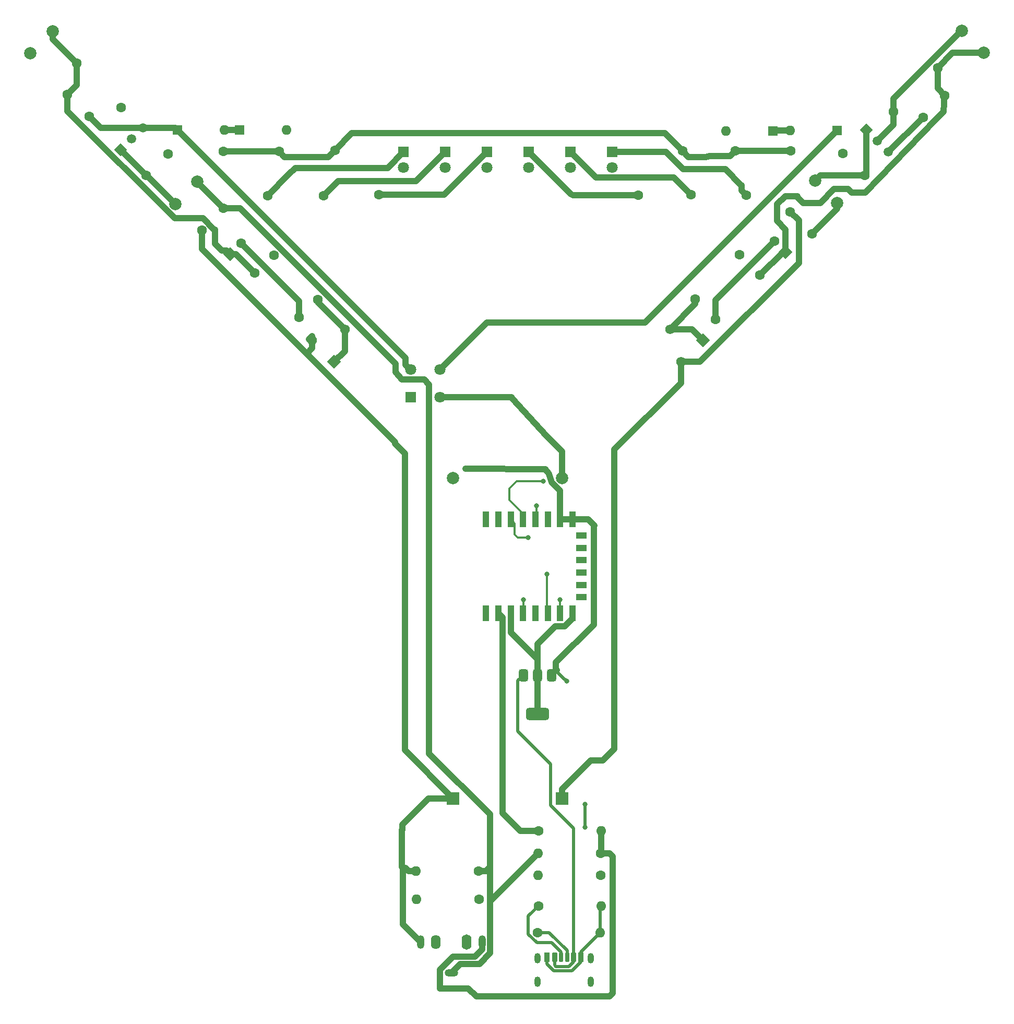
<source format=gbr>
%TF.GenerationSoftware,KiCad,Pcbnew,8.0.7*%
%TF.CreationDate,2025-02-10T18:12:50+08:00*%
%TF.ProjectId,bb-0.4,62622d30-2e34-42e6-9b69-6361645f7063,rev?*%
%TF.SameCoordinates,Original*%
%TF.FileFunction,Copper,L1,Top*%
%TF.FilePolarity,Positive*%
%FSLAX46Y46*%
G04 Gerber Fmt 4.6, Leading zero omitted, Abs format (unit mm)*
G04 Created by KiCad (PCBNEW 8.0.7) date 2025-02-10 18:12:50*
%MOMM*%
%LPD*%
G01*
G04 APERTURE LIST*
G04 Aperture macros list*
%AMRoundRect*
0 Rectangle with rounded corners*
0 $1 Rounding radius*
0 $2 $3 $4 $5 $6 $7 $8 $9 X,Y pos of 4 corners*
0 Add a 4 corners polygon primitive as box body*
4,1,4,$2,$3,$4,$5,$6,$7,$8,$9,$2,$3,0*
0 Add four circle primitives for the rounded corners*
1,1,$1+$1,$2,$3*
1,1,$1+$1,$4,$5*
1,1,$1+$1,$6,$7*
1,1,$1+$1,$8,$9*
0 Add four rect primitives between the rounded corners*
20,1,$1+$1,$2,$3,$4,$5,0*
20,1,$1+$1,$4,$5,$6,$7,0*
20,1,$1+$1,$6,$7,$8,$9,0*
20,1,$1+$1,$8,$9,$2,$3,0*%
%AMHorizOval*
0 Thick line with rounded ends*
0 $1 width*
0 $2 $3 position (X,Y) of the first rounded end (center of the circle)*
0 $4 $5 position (X,Y) of the second rounded end (center of the circle)*
0 Add line between two ends*
20,1,$1,$2,$3,$4,$5,0*
0 Add two circle primitives to create the rounded ends*
1,1,$1,$2,$3*
1,1,$1,$4,$5*%
%AMRotRect*
0 Rectangle, with rotation*
0 The origin of the aperture is its center*
0 $1 length*
0 $2 width*
0 $3 Rotation angle, in degrees counterclockwise*
0 Add horizontal line*
21,1,$1,$2,0,0,$3*%
G04 Aperture macros list end*
%TA.AperFunction,ComponentPad*%
%ADD10RotRect,1.500000X1.500000X45.000000*%
%TD*%
%TA.AperFunction,ComponentPad*%
%ADD11C,1.500000*%
%TD*%
%TA.AperFunction,ComponentPad*%
%ADD12RotRect,1.500000X1.500000X315.000000*%
%TD*%
%TA.AperFunction,ComponentPad*%
%ADD13R,1.800000X1.800000*%
%TD*%
%TA.AperFunction,ComponentPad*%
%ADD14C,1.800000*%
%TD*%
%TA.AperFunction,ComponentPad*%
%ADD15C,1.600000*%
%TD*%
%TA.AperFunction,ComponentPad*%
%ADD16O,1.600000X1.600000*%
%TD*%
%TA.AperFunction,ComponentPad*%
%ADD17O,1.000000X1.700000*%
%TD*%
%TA.AperFunction,SMDPad,CuDef*%
%ADD18RoundRect,0.225000X-0.225000X-0.575000X0.225000X-0.575000X0.225000X0.575000X-0.225000X0.575000X0*%
%TD*%
%TA.AperFunction,SMDPad,CuDef*%
%ADD19RoundRect,0.200000X-0.200000X-0.600000X0.200000X-0.600000X0.200000X0.600000X-0.200000X0.600000X0*%
%TD*%
%TA.AperFunction,SMDPad,CuDef*%
%ADD20RoundRect,0.175000X-0.175000X-0.625000X0.175000X-0.625000X0.175000X0.625000X-0.175000X0.625000X0*%
%TD*%
%TA.AperFunction,ComponentPad*%
%ADD21R,1.600000X1.600000*%
%TD*%
%TA.AperFunction,ComponentPad*%
%ADD22HorizOval,1.600000X0.000000X0.000000X0.000000X0.000000X0*%
%TD*%
%TA.AperFunction,ComponentPad*%
%ADD23HorizOval,1.600000X0.000000X0.000000X0.000000X0.000000X0*%
%TD*%
%TA.AperFunction,ComponentPad*%
%ADD24HorizOval,1.600000X0.000000X0.000000X0.000000X0.000000X0*%
%TD*%
%TA.AperFunction,ComponentPad*%
%ADD25RotRect,1.600000X1.600000X135.000000*%
%TD*%
%TA.AperFunction,ComponentPad*%
%ADD26RotRect,1.560000X1.560000X135.000000*%
%TD*%
%TA.AperFunction,ComponentPad*%
%ADD27C,1.560000*%
%TD*%
%TA.AperFunction,ComponentPad*%
%ADD28C,2.000000*%
%TD*%
%TA.AperFunction,ComponentPad*%
%ADD29HorizOval,1.600000X0.000000X0.000000X0.000000X0.000000X0*%
%TD*%
%TA.AperFunction,SMDPad,CuDef*%
%ADD30RoundRect,0.375000X-0.375000X0.625000X-0.375000X-0.625000X0.375000X-0.625000X0.375000X0.625000X0*%
%TD*%
%TA.AperFunction,SMDPad,CuDef*%
%ADD31RoundRect,0.500000X-1.400000X0.500000X-1.400000X-0.500000X1.400000X-0.500000X1.400000X0.500000X0*%
%TD*%
%TA.AperFunction,ComponentPad*%
%ADD32RotRect,1.560000X1.560000X225.000000*%
%TD*%
%TA.AperFunction,ComponentPad*%
%ADD33RotRect,1.600000X1.600000X45.000000*%
%TD*%
%TA.AperFunction,SMDPad,CuDef*%
%ADD34R,1.000000X2.500000*%
%TD*%
%TA.AperFunction,SMDPad,CuDef*%
%ADD35R,1.800000X1.000000*%
%TD*%
%TA.AperFunction,ComponentPad*%
%ADD36O,1.600000X2.500000*%
%TD*%
%TA.AperFunction,ComponentPad*%
%ADD37O,1.200000X2.200000*%
%TD*%
%TA.AperFunction,ComponentPad*%
%ADD38O,2.200000X1.200000*%
%TD*%
%TA.AperFunction,ComponentPad*%
%ADD39O,1.600000X2.300000*%
%TD*%
%TA.AperFunction,ComponentPad*%
%ADD40R,2.000000X2.000000*%
%TD*%
%TA.AperFunction,ViaPad*%
%ADD41C,0.800000*%
%TD*%
%TA.AperFunction,Conductor*%
%ADD42C,1.000000*%
%TD*%
%TA.AperFunction,Conductor*%
%ADD43C,0.500000*%
%TD*%
%TA.AperFunction,Conductor*%
%ADD44C,0.300000*%
%TD*%
G04 APERTURE END LIST*
D10*
%TO.P,Q1,1,C*%
%TO.N,Net-(Q1-C)*%
X44658507Y-53450610D03*
D11*
%TO.P,Q1,2,B*%
%TO.N,Net-(Q1-B)*%
X46454558Y-51654559D03*
%TO.P,Q1,3,E*%
%TO.N,GND1*%
X48250609Y-49858508D03*
%TD*%
D12*
%TO.P,Q2,1,C*%
%TO.N,Net-(Q2-C)*%
X165607898Y-50207898D03*
D11*
%TO.P,Q2,2,B*%
%TO.N,Net-(Q2-B)*%
X167403949Y-52003949D03*
%TO.P,Q2,3,E*%
%TO.N,GND2*%
X169200000Y-53800000D03*
%TD*%
D13*
%TO.P,SW1,1,A*%
%TO.N,Net-(Battery1--)*%
X91700000Y-93600000D03*
D14*
%TO.P,SW1,2,B*%
%TO.N,GND1*%
X91700000Y-89100000D03*
%TO.P,SW1,3,A*%
%TO.N,Net-(Battery2--)*%
X96500000Y-93600000D03*
%TO.P,SW1,4,B*%
%TO.N,GND2*%
X96500000Y-89100000D03*
%TD*%
D15*
%TO.P,R19,1*%
%TO.N,Net-(U1-GND)*%
X122500000Y-171110000D03*
D16*
%TO.P,R19,2*%
%TO.N,L-*%
X112340000Y-171110000D03*
%TD*%
D15*
%TO.P,R18,1*%
%TO.N,Net-(U1-ADC)*%
X112430000Y-163920000D03*
D16*
%TO.P,R18,2*%
%TO.N,R+*%
X122590000Y-163920000D03*
%TD*%
%TO.P,R17,2*%
%TO.N,L-*%
X112379999Y-167530000D03*
D15*
%TO.P,R17,1*%
%TO.N,R+*%
X122539999Y-167530000D03*
%TD*%
D17*
%TO.P,J4,S1,SHIELD*%
%TO.N,unconnected-(J4-SHIELD-PadS1)_2*%
X120910000Y-188350000D03*
%TO.N,unconnected-(J4-SHIELD-PadS1)_3*%
X120910000Y-184550000D03*
%TO.N,unconnected-(J4-SHIELD-PadS1)*%
X112270000Y-188350000D03*
%TO.N,unconnected-(J4-SHIELD-PadS1)_1*%
X112270000Y-184550000D03*
D18*
%TO.P,J4,B12,GND*%
%TO.N,Net-(U1-GND)*%
X113840000Y-184370000D03*
D19*
%TO.P,J4,B9,VBUS*%
%TO.N,Net-(U2-VI)*%
X115070000Y-184370000D03*
D20*
%TO.P,J4,B5,CC2*%
%TO.N,Net-(J4-CC2)*%
X117090000Y-184370000D03*
D18*
%TO.P,J4,A12,GND*%
%TO.N,Net-(U1-GND)*%
X119340000Y-184370000D03*
D19*
%TO.P,J4,A9,VBUS*%
%TO.N,Net-(U2-VI)*%
X118110000Y-184370000D03*
D20*
%TO.P,J4,A5,CC1*%
%TO.N,Net-(J4-CC1)*%
X116090000Y-184370000D03*
%TD*%
D15*
%TO.P,C4,1*%
%TO.N,L+*%
X57832233Y-66467767D03*
%TO.P,C4,2*%
%TO.N,L-*%
X61367767Y-62932233D03*
%TD*%
D21*
%TO.P,D3,1,K*%
%TO.N,GND2*%
X160900000Y-50300000D03*
D16*
%TO.P,D3,2,A*%
%TO.N,Net-(D3-A)*%
X153280000Y-50300000D03*
%TD*%
D15*
%TO.P,R15,1*%
%TO.N,Net-(U1-GND)*%
X144392103Y-53557898D03*
D22*
%TO.P,R15,2*%
%TO.N,Net-(D9-K)*%
X137207898Y-60742103D03*
%TD*%
D15*
%TO.P,R16,1*%
%TO.N,Net-(U1-GND)*%
X153342103Y-53600000D03*
D22*
%TO.P,R16,2*%
%TO.N,Net-(D10-K)*%
X146157898Y-60784205D03*
%TD*%
D15*
%TO.P,R12,1*%
%TO.N,Net-(U1-GND)*%
X70361846Y-53715795D03*
D23*
%TO.P,R12,2*%
%TO.N,Net-(D6-K)*%
X77546051Y-60900000D03*
%TD*%
D13*
%TO.P,D6,1,K*%
%TO.N,Net-(D6-K)*%
X97303673Y-53760000D03*
D14*
%TO.P,D6,2,A*%
%TO.N,Net-(D6-A)*%
X97303673Y-56300000D03*
%TD*%
D21*
%TO.P,D2,1,K*%
%TO.N,Net-(D1-A)*%
X63990001Y-50200000D03*
D16*
%TO.P,D2,2,A*%
%TO.N,Net-(D2-A)*%
X71610001Y-50200000D03*
%TD*%
D15*
%TO.P,R10,1*%
%TO.N,Net-(J4-CC1)*%
X112425000Y-176125000D03*
D16*
%TO.P,R10,2*%
%TO.N,Net-(U1-GND)*%
X122585000Y-176125000D03*
%TD*%
D15*
%TO.P,R13,1*%
%TO.N,Net-(U1-GND)*%
X79415794Y-53515795D03*
D23*
%TO.P,R13,2*%
%TO.N,Net-(D7-K)*%
X86599999Y-60700000D03*
%TD*%
D15*
%TO.P,R1,1*%
%TO.N,Net-(D2-A)*%
X73600000Y-80600000D03*
D24*
%TO.P,R1,2*%
%TO.N,Net-(C1-Pad2)*%
X66415795Y-73415795D03*
%TD*%
D15*
%TO.P,R14,1*%
%TO.N,Net-(U1-GND)*%
X135792103Y-53607898D03*
D22*
%TO.P,R14,2*%
%TO.N,Net-(D8-K)*%
X128607898Y-60792103D03*
%TD*%
D15*
%TO.P,R4,1*%
%TO.N,Net-(C10-Pad1)*%
X145082103Y-70447898D03*
D22*
%TO.P,R4,2*%
%TO.N,Net-(R4-Pad2)*%
X137897898Y-77632103D03*
%TD*%
D15*
%TO.P,C12,1*%
%TO.N,R+*%
X153314466Y-63514466D03*
%TO.P,C12,2*%
%TO.N,L-*%
X156850000Y-67050000D03*
%TD*%
%TO.P,R7,1*%
%TO.N,L-*%
X102710000Y-170420000D03*
D16*
%TO.P,R7,2*%
%TO.N,L+*%
X92550000Y-170420000D03*
%TD*%
D25*
%TO.P,C10,1*%
%TO.N,Net-(C10-Pad1)*%
X152500000Y-70000000D03*
D15*
%TO.P,C10,2*%
%TO.N,Net-(D4-A)*%
X150732233Y-68232233D03*
%TD*%
%TO.P,C11,1*%
%TO.N,Net-(D3-A)*%
X161832233Y-54032233D03*
%TO.P,C11,2*%
%TO.N,Net-(Q2-C)*%
X165367767Y-57567767D03*
%TD*%
D26*
%TO.P,RV1,1,1*%
%TO.N,Net-(R2-Pad2)*%
X79291745Y-87835534D03*
D27*
%TO.P,RV1,2,2*%
X81059512Y-82532233D03*
%TO.P,RV1,3,3*%
%TO.N,L+*%
X75756211Y-84300000D03*
%TD*%
D13*
%TO.P,D5,1,K*%
%TO.N,Net-(D5-K)*%
X90550000Y-53760000D03*
D14*
%TO.P,D5,2,A*%
%TO.N,Net-(D5-A)*%
X90550000Y-56300000D03*
%TD*%
D21*
%TO.P,D4,1,K*%
%TO.N,Net-(D3-A)*%
X150500000Y-50400000D03*
D16*
%TO.P,D4,2,A*%
%TO.N,Net-(D4-A)*%
X142880000Y-50400000D03*
%TD*%
D13*
%TO.P,D10,1,K*%
%TO.N,Net-(D10-K)*%
X124439775Y-53760000D03*
D14*
%TO.P,D10,2,A*%
%TO.N,Net-(D10-A)*%
X124439775Y-56300000D03*
%TD*%
D15*
%TO.P,R11,1*%
%TO.N,Net-(U1-GND)*%
X61307898Y-53707898D03*
D23*
%TO.P,R11,2*%
%TO.N,Net-(D5-K)*%
X68492103Y-60892103D03*
%TD*%
D28*
%TO.P,L4,1,1*%
%TO.N,Net-(Q2-C)*%
X157303949Y-58453949D03*
%TO.P,L4,2,2*%
%TO.N,L-*%
X160896051Y-62046051D03*
%TD*%
D15*
%TO.P,R3,1*%
%TO.N,Net-(D4-A)*%
X141177898Y-80962103D03*
D29*
%TO.P,R3,2*%
%TO.N,Net-(C10-Pad1)*%
X148362103Y-73777898D03*
%TD*%
D21*
%TO.P,D1,1,K*%
%TO.N,GND1*%
X53890000Y-50200000D03*
D16*
%TO.P,D1,2,A*%
%TO.N,Net-(D1-A)*%
X61510000Y-50200000D03*
%TD*%
D15*
%TO.P,R5,1*%
%TO.N,Net-(C1-Pad2)*%
X37507898Y-39407898D03*
D23*
%TO.P,R5,2*%
%TO.N,Net-(Q1-B)*%
X44692103Y-46592103D03*
%TD*%
D15*
%TO.P,C3,1*%
%TO.N,Net-(D1-A)*%
X52335534Y-54064466D03*
%TO.P,C3,2*%
%TO.N,Net-(Q1-C)*%
X48800000Y-57600000D03*
%TD*%
D30*
%TO.P,U2,1,GND*%
%TO.N,Net-(U1-GND)*%
X114600000Y-138650000D03*
%TO.P,U2,2,VO*%
%TO.N,Net-(U1-EN)*%
X112300000Y-138650001D03*
D31*
X112300000Y-144949999D03*
D30*
%TO.P,U2,3,VI*%
%TO.N,Net-(U2-VI)*%
X110000000Y-138650000D03*
%TD*%
D28*
%TO.P,L1,1,1*%
%TO.N,Net-(C1-Pad2)*%
X33600000Y-34200000D03*
%TO.P,L1,2,2*%
%TO.N,Net-(Q1-B)*%
X30007898Y-37792102D03*
%TD*%
%TO.P,L5,1,1*%
%TO.N,Net-(C10-Pad1)*%
X184700000Y-37700000D03*
%TO.P,L5,2,2*%
%TO.N,Net-(Q2-B)*%
X181107898Y-34107898D03*
%TD*%
D16*
%TO.P,R9,2*%
%TO.N,Net-(U1-GND)*%
X122465000Y-180425000D03*
D15*
%TO.P,R9,1*%
%TO.N,Net-(J4-CC2)*%
X112305000Y-180425000D03*
%TD*%
%TO.P,R6,1*%
%TO.N,Net-(C10-Pad1)*%
X177200000Y-40100000D03*
D22*
%TO.P,R6,2*%
%TO.N,Net-(Q2-B)*%
X170015795Y-47284205D03*
%TD*%
D32*
%TO.P,RV2,1,1*%
%TO.N,Net-(R4-Pad2)*%
X139100000Y-84300000D03*
D27*
%TO.P,RV2,2,2*%
X133796699Y-82532233D03*
%TO.P,RV2,3,3*%
%TO.N,R+*%
X135564466Y-87835534D03*
%TD*%
D33*
%TO.P,C2,1*%
%TO.N,Net-(C1-Pad2)*%
X62447856Y-70352144D03*
D15*
%TO.P,C2,2*%
%TO.N,Net-(D2-A)*%
X64215623Y-68584377D03*
%TD*%
%TO.P,C1,1*%
%TO.N,GND1*%
X39567767Y-47967767D03*
%TO.P,C1,2*%
%TO.N,Net-(C1-Pad2)*%
X36032233Y-44432233D03*
%TD*%
%TO.P,R8,1*%
%TO.N,L-*%
X102840000Y-175020000D03*
D16*
%TO.P,R8,2*%
%TO.N,R+*%
X92680000Y-175020000D03*
%TD*%
D13*
%TO.P,D8,1,K*%
%TO.N,Net-(D8-K)*%
X110839775Y-53760000D03*
D14*
%TO.P,D8,2,A*%
%TO.N,Net-(D8-A)*%
X110839775Y-56300000D03*
%TD*%
D34*
%TO.P,U1,1,~{RST}*%
%TO.N,unconnected-(U1-~{RST}-Pad1)*%
X103950000Y-128600000D03*
%TO.P,U1,2,ADC*%
%TO.N,Net-(U1-ADC)*%
X105950000Y-128600000D03*
%TO.P,U1,3,EN*%
%TO.N,Net-(U1-EN)*%
X107950000Y-128600000D03*
%TO.P,U1,4,GPIO16*%
%TO.N,Net-(D5-A)*%
X109949999Y-128600000D03*
%TO.P,U1,5,GPIO14*%
%TO.N,unconnected-(U1-GPIO14-Pad5)*%
X111950000Y-128600000D03*
%TO.P,U1,6,GPIO12*%
%TO.N,Net-(D7-A)*%
X113950001Y-128600000D03*
%TO.P,U1,7,GPIO13*%
%TO.N,Net-(D6-A)*%
X115950000Y-128600000D03*
%TO.P,U1,8,VCC*%
%TO.N,Net-(U1-EN)*%
X117950000Y-128600000D03*
D35*
%TO.P,U1,9,CS0*%
%TO.N,unconnected-(U1-CS0-Pad9)*%
X119449999Y-126000000D03*
%TO.P,U1,10,MISO*%
%TO.N,unconnected-(U1-MISO-Pad10)*%
X119450000Y-124000000D03*
%TO.P,U1,11,GPIO9*%
%TO.N,unconnected-(U1-GPIO9-Pad11)*%
X119450000Y-122000000D03*
%TO.P,U1,12,GPIO10*%
%TO.N,unconnected-(U1-GPIO10-Pad12)*%
X119450000Y-120000000D03*
%TO.P,U1,13,MOSI*%
%TO.N,unconnected-(U1-MOSI-Pad13)*%
X119450000Y-118000000D03*
%TO.P,U1,14,SCLK*%
%TO.N,unconnected-(U1-SCLK-Pad14)*%
X119449999Y-116000000D03*
D34*
%TO.P,U1,15,GND*%
%TO.N,Net-(U1-GND)*%
X117950000Y-113400000D03*
%TO.P,U1,16,GPIO15*%
X115950000Y-113400000D03*
%TO.P,U1,17,GPIO2*%
%TO.N,unconnected-(U1-GPIO2-Pad17)*%
X113950001Y-113400000D03*
%TO.P,U1,18,GPIO0*%
%TO.N,Net-(D8-A)*%
X111950000Y-113400000D03*
%TO.P,U1,19,GPIO4*%
%TO.N,Net-(D9-A)*%
X109949999Y-113400000D03*
%TO.P,U1,20,GPIO5*%
%TO.N,Net-(D10-A)*%
X107950000Y-113400000D03*
%TO.P,U1,21,GPIO3/RXD*%
%TO.N,unconnected-(U1-GPIO3{slash}RXD-Pad21)*%
X105950000Y-113400000D03*
%TO.P,U1,22,GPIO1/TXD*%
%TO.N,unconnected-(U1-GPIO1{slash}TXD-Pad22)*%
X103950000Y-113400000D03*
%TD*%
D36*
%TO.P,J2,TN*%
%TO.N,unconnected-(J2-PadTN)*%
X100800000Y-181940000D03*
D37*
%TO.P,J2,T*%
%TO.N,R+*%
X103300000Y-181940000D03*
D38*
%TO.P,J2,S*%
%TO.N,L-*%
X98300000Y-186940000D03*
D39*
%TO.P,J2,RN*%
%TO.N,unconnected-(J2-PadRN)*%
X95800000Y-181940000D03*
D37*
%TO.P,J2,R*%
%TO.N,L+*%
X93300000Y-181940000D03*
%TD*%
D13*
%TO.P,D9,1,K*%
%TO.N,Net-(D9-K)*%
X117639775Y-53760000D03*
D14*
%TO.P,D9,2,A*%
%TO.N,Net-(D9-A)*%
X117639775Y-56300000D03*
%TD*%
D13*
%TO.P,D7,1,K*%
%TO.N,Net-(D7-K)*%
X104057346Y-53760000D03*
D14*
%TO.P,D7,2,A*%
%TO.N,Net-(D7-A)*%
X104057346Y-56300000D03*
%TD*%
D15*
%TO.P,R2,1*%
%TO.N,Net-(C1-Pad2)*%
X69507898Y-70507898D03*
D23*
%TO.P,R2,2*%
%TO.N,Net-(R2-Pad2)*%
X76692103Y-77692103D03*
%TD*%
D15*
%TO.P,C8,1*%
%TO.N,GND2*%
X174832233Y-48167767D03*
%TO.P,C8,2*%
%TO.N,Net-(C10-Pad1)*%
X178367767Y-44632233D03*
%TD*%
D28*
%TO.P,L2,1,1*%
%TO.N,Net-(Q1-C)*%
X53503949Y-62196051D03*
%TO.P,L2,2,2*%
%TO.N,L-*%
X57096051Y-58603949D03*
%TD*%
D40*
%TO.P,Battery2,1,+*%
%TO.N,R+*%
X116265225Y-158650000D03*
D28*
%TO.P,Battery2,2,-*%
%TO.N,Net-(Battery2--)*%
X116265225Y-106660000D03*
%TD*%
D40*
%TO.P,Battery1,1,+*%
%TO.N,L+*%
X98570225Y-158650000D03*
D28*
%TO.P,Battery1,2,-*%
%TO.N,Net-(Battery1--)*%
X98570225Y-106660000D03*
%TD*%
D41*
%TO.N,Net-(U1-GND)*%
X117070000Y-139590000D03*
X120010000Y-163350000D03*
X119990000Y-159620000D03*
X100600000Y-105200000D03*
%TO.N,Net-(D8-A)*%
X112100000Y-111200000D03*
%TO.N,Net-(D6-A)*%
X115900000Y-126400000D03*
%TO.N,Net-(D5-A)*%
X110000000Y-126400000D03*
%TO.N,Net-(D7-A)*%
X113800000Y-122300000D03*
%TO.N,Net-(D9-A)*%
X113200000Y-107200000D03*
%TO.N,Net-(D10-A)*%
X110800000Y-116300000D03*
%TD*%
D42*
%TO.N,Net-(C10-Pad1)*%
X152500000Y-66360000D02*
X152500000Y-70000000D01*
X151120000Y-64980000D02*
X152500000Y-66360000D01*
X151200000Y-64900000D02*
X151120000Y-64980000D01*
X151200000Y-62260000D02*
X151200000Y-64900000D01*
X152510000Y-60950000D02*
X151200000Y-62260000D01*
X154450000Y-61150000D02*
X154450000Y-60950000D01*
X154450000Y-60950000D02*
X152510000Y-60950000D01*
X155350000Y-62050000D02*
X154450000Y-61150000D01*
X158150000Y-62050000D02*
X155350000Y-62050000D01*
X162700000Y-59800000D02*
X160400000Y-59800000D01*
X163246051Y-60346051D02*
X162700000Y-59800000D01*
X160400000Y-59800000D02*
X158150000Y-62050000D01*
X165503949Y-60346051D02*
X163246051Y-60346051D01*
X176930000Y-48520000D02*
X165503949Y-60346051D01*
X178190000Y-47220000D02*
X176930000Y-48520000D01*
X178367767Y-44632233D02*
X178190000Y-47220000D01*
D43*
%TO.N,Net-(U1-GND)*%
X116850000Y-139370000D02*
X116663503Y-139370000D01*
X117070000Y-139590000D02*
X116850000Y-139370000D01*
X116663503Y-139370000D02*
X115393503Y-138100000D01*
X120010000Y-159640000D02*
X119990000Y-159620000D01*
X120010000Y-163350000D02*
X120010000Y-159640000D01*
X122465000Y-176245000D02*
X122585000Y-176125000D01*
X122465000Y-180425000D02*
X122465000Y-176245000D01*
X114960000Y-186600000D02*
X113840000Y-185480000D01*
X117910000Y-186600000D02*
X114960000Y-186600000D01*
X119340000Y-185170000D02*
X117910000Y-186600000D01*
X113840000Y-185480000D02*
X113840000Y-184370000D01*
X119340000Y-184370000D02*
X119340000Y-185170000D01*
%TO.N,Net-(U2-VI)*%
X115260000Y-185900000D02*
X115070000Y-185710000D01*
X117380000Y-185900000D02*
X115260000Y-185900000D01*
X118110000Y-185170000D02*
X117380000Y-185900000D01*
X115070000Y-185710000D02*
X115070000Y-184370000D01*
X118110000Y-184370000D02*
X118110000Y-185170000D01*
X118110000Y-163460000D02*
X118110000Y-184370000D01*
X114400000Y-159750000D02*
X118110000Y-163460000D01*
%TO.N,Net-(U1-GND)*%
X119340000Y-183550000D02*
X119340000Y-184370000D01*
X122465000Y-180425000D02*
X119340000Y-183550000D01*
%TO.N,Net-(J4-CC1)*%
X116090000Y-183570000D02*
X116090000Y-184370000D01*
X114590000Y-182070000D02*
X116090000Y-183570000D01*
X112182233Y-182070000D02*
X114590000Y-182070000D01*
X110805000Y-177745000D02*
X110805000Y-180692767D01*
X110805000Y-180692767D02*
X112182233Y-182070000D01*
X112425000Y-176125000D02*
X110805000Y-177745000D01*
%TO.N,Net-(J4-CC2)*%
X117090000Y-183327714D02*
X117090000Y-184370000D01*
X114187286Y-180425000D02*
X117090000Y-183327714D01*
X112305000Y-180425000D02*
X114187286Y-180425000D01*
D42*
%TO.N,GND2*%
X104120001Y-81479999D02*
X96500000Y-89100000D01*
X129720001Y-81479999D02*
X104120001Y-81479999D01*
X160900000Y-50300000D02*
X129720001Y-81479999D01*
%TO.N,GND1*%
X90900000Y-88300000D02*
X91700000Y-89100000D01*
X90900000Y-87210000D02*
X90900000Y-88300000D01*
%TO.N,Net-(Battery2--)*%
X108250000Y-93800000D02*
X108050000Y-93600000D01*
X108050000Y-93600000D02*
X96500000Y-93600000D01*
%TO.N,L-*%
X112379999Y-167530000D02*
X104600000Y-175309999D01*
X104600000Y-175309999D02*
X104600000Y-178750000D01*
X104600000Y-178750000D02*
X104600000Y-183750000D01*
X104600000Y-169789550D02*
X104600000Y-178750000D01*
%TO.N,R+*%
X124020000Y-167530000D02*
X122539999Y-167530000D01*
X124520000Y-168030000D02*
X124020000Y-167530000D01*
X124520000Y-190250000D02*
X124520000Y-168030000D01*
X123980000Y-190790000D02*
X124520000Y-190250000D01*
X101022285Y-189448519D02*
X102363766Y-190790000D01*
X96499744Y-189449812D02*
X96501037Y-189448519D01*
X96499744Y-186401778D02*
X96499744Y-189449812D01*
X98611522Y-184290000D02*
X96499744Y-186401778D01*
X102162944Y-184290000D02*
X98611522Y-184290000D01*
X103300000Y-183152944D02*
X102162944Y-184290000D01*
X102363766Y-190790000D02*
X123980000Y-190790000D01*
X103300000Y-181940000D02*
X103300000Y-183152944D01*
X96501037Y-189448519D02*
X101022285Y-189448519D01*
X122590000Y-167479999D02*
X122539999Y-167530000D01*
X122590000Y-163920000D02*
X122590000Y-167479999D01*
%TO.N,Net-(U1-ADC)*%
X109525225Y-163920000D02*
X112430000Y-163920000D01*
X106635225Y-161030000D02*
X109525225Y-163920000D01*
X106635225Y-129285225D02*
X106635225Y-161030000D01*
X105950000Y-128600000D02*
X106635225Y-129285225D01*
%TO.N,Net-(U1-GND)*%
X115290000Y-136610000D02*
X115290000Y-137642944D01*
X121460000Y-114450000D02*
X121460000Y-130440000D01*
X121460000Y-130440000D02*
X115290000Y-136610000D01*
X121500000Y-114410000D02*
X121460000Y-114450000D01*
X120490000Y-113400000D02*
X121500000Y-114410000D01*
X115290000Y-137642944D02*
X115448528Y-137801472D01*
X117950000Y-113400000D02*
X120490000Y-113400000D01*
X132924205Y-50740000D02*
X135792103Y-53607898D01*
X82191589Y-50740000D02*
X132924205Y-50740000D01*
X79415794Y-53515795D02*
X82191589Y-50740000D01*
X115950000Y-108748939D02*
X115950000Y-113400000D01*
X114565225Y-107364164D02*
X115950000Y-108748939D01*
X114200000Y-106000000D02*
X114565225Y-107364164D01*
X100600000Y-105200000D02*
X113550000Y-105250000D01*
X113550000Y-105250000D02*
X114200000Y-106000000D01*
%TO.N,Net-(R4-Pad2)*%
X137332233Y-82532233D02*
X139100000Y-84300000D01*
X133796699Y-82532233D02*
X137332233Y-82532233D01*
X137897898Y-78431034D02*
X133796699Y-82532233D01*
X137897898Y-77632103D02*
X137897898Y-78431034D01*
%TO.N,Net-(D4-A)*%
X141177898Y-77786568D02*
X150732233Y-68232233D01*
X141177898Y-80962103D02*
X141177898Y-77786568D01*
%TO.N,Net-(C10-Pad1)*%
X152140001Y-70000000D02*
X148362103Y-73777898D01*
X152500000Y-70000000D02*
X152140001Y-70000000D01*
%TO.N,L+*%
X90450000Y-179090000D02*
X93300000Y-181940000D01*
X90450000Y-169900000D02*
X90450000Y-179090000D01*
X90840000Y-169900000D02*
X91360000Y-170420000D01*
X90450000Y-169900000D02*
X90840000Y-169900000D01*
X90280000Y-169730000D02*
X90450000Y-169900000D01*
X90280000Y-163770000D02*
X90280000Y-169730000D01*
X90330000Y-163720000D02*
X90280000Y-163770000D01*
X90330000Y-162920000D02*
X90330000Y-163720000D01*
X94600000Y-158650000D02*
X90330000Y-162920000D01*
X98570225Y-158650000D02*
X94600000Y-158650000D01*
X91360000Y-170420000D02*
X92550000Y-170420000D01*
%TO.N,L-*%
X99750000Y-185490000D02*
X98300000Y-186940000D01*
X102860000Y-185490000D02*
X99750000Y-185490000D01*
X104600000Y-183750000D02*
X102860000Y-185490000D01*
X104570225Y-169759775D02*
X104600000Y-169789550D01*
X103910000Y-170420000D02*
X102710000Y-170420000D01*
X104570225Y-169759775D02*
X103910000Y-170420000D01*
X104570225Y-161250000D02*
X104570225Y-169759775D01*
X94700000Y-151379775D02*
X104570225Y-161250000D01*
X89300000Y-89462742D02*
X90250000Y-90700000D01*
X89300000Y-88178679D02*
X89300000Y-89462742D01*
X64053554Y-62932233D02*
X89300000Y-88178679D01*
X93900000Y-90700000D02*
X94700000Y-91500000D01*
X90250000Y-90700000D02*
X93900000Y-90700000D01*
X94700000Y-91500000D02*
X94700000Y-151379775D01*
X61367767Y-62932233D02*
X64053554Y-62932233D01*
%TO.N,R+*%
X116265225Y-157134775D02*
X116265225Y-158650000D01*
X120900000Y-152500000D02*
X116265225Y-157134775D01*
X122850000Y-152500000D02*
X120900000Y-152500000D01*
X124750000Y-150600000D02*
X122850000Y-152500000D01*
%TO.N,Net-(Battery2--)*%
X116265225Y-102384775D02*
X116265225Y-106660000D01*
X113750000Y-99800000D02*
X116265225Y-102384775D01*
X108250000Y-93800000D02*
X113750000Y-99800000D01*
%TO.N,Net-(C1-Pad2)*%
X61845712Y-69750000D02*
X62447856Y-70352144D01*
X33600000Y-34200000D02*
X33600000Y-35500000D01*
X63352144Y-70352144D02*
X66415795Y-73415795D01*
X59835787Y-66350000D02*
X60000000Y-66350000D01*
X60000000Y-66350000D02*
X60000000Y-68700000D01*
X58035787Y-64550000D02*
X59835787Y-66350000D01*
X36032233Y-47128499D02*
X53453734Y-64550000D01*
X61050000Y-69750000D02*
X61845712Y-69750000D01*
X36032233Y-44432233D02*
X36032233Y-47128499D01*
X53453734Y-64550000D02*
X58035787Y-64550000D01*
X37507898Y-39407898D02*
X37507898Y-42956568D01*
X37507898Y-42956568D02*
X36032233Y-44432233D01*
X33600000Y-35500000D02*
X37507898Y-39407898D01*
X60000000Y-68700000D02*
X61050000Y-69750000D01*
X62447856Y-70352144D02*
X63352144Y-70352144D01*
%TO.N,Net-(D2-A)*%
X64215623Y-68584377D02*
X73600000Y-77968754D01*
X73600000Y-77968754D02*
X73600000Y-80600000D01*
%TO.N,Net-(Q1-C)*%
X48907898Y-57600000D02*
X53503949Y-62196051D01*
X48800000Y-57600000D02*
X48907898Y-57600000D01*
X44658507Y-53450610D02*
X44658507Y-53458507D01*
X44658507Y-53458507D02*
X48800000Y-57600000D01*
%TO.N,Net-(D1-A)*%
X61510000Y-50200000D02*
X63990001Y-50200000D01*
%TO.N,Net-(U1-GND)*%
X70361846Y-53715795D02*
X71248503Y-54602452D01*
X144392103Y-53557898D02*
X143499340Y-54450661D01*
X139578979Y-54602452D02*
X136786657Y-54602452D01*
%TO.N,R+*%
X124750000Y-102047107D02*
X124750000Y-150600000D01*
%TO.N,Net-(U1-GND)*%
X144434205Y-53600000D02*
X144392103Y-53557898D01*
%TO.N,R+*%
X138664466Y-87835534D02*
X154700000Y-71800000D01*
X154700000Y-71800000D02*
X154700000Y-64900000D01*
X135564466Y-87835534D02*
X138664466Y-87835534D01*
%TO.N,Net-(U1-GND)*%
X140276751Y-54450661D02*
X139933294Y-54551510D01*
%TO.N,R+*%
X154700000Y-64900000D02*
X153314466Y-63514466D01*
%TO.N,Net-(U1-GND)*%
X143499340Y-54450661D02*
X140276751Y-54450661D01*
X139933294Y-54551510D02*
X139578979Y-54602452D01*
X117950000Y-113400000D02*
X115950000Y-113400000D01*
X136786657Y-54602452D02*
X135792103Y-53607898D01*
X153342103Y-53600000D02*
X144434205Y-53600000D01*
X78329137Y-54602452D02*
X79415794Y-53515795D01*
%TO.N,R+*%
X135564466Y-87835534D02*
X135564466Y-91232641D01*
X135564466Y-91232641D02*
X124750000Y-102047107D01*
%TO.N,Net-(U1-GND)*%
X71248503Y-54602452D02*
X78329137Y-54602452D01*
X70353949Y-53707898D02*
X70361846Y-53715795D01*
X61307898Y-53707898D02*
X70353949Y-53707898D01*
%TO.N,Net-(C10-Pad1)*%
X177200000Y-40100000D02*
X177200000Y-43464466D01*
X179600000Y-37700000D02*
X177200000Y-40100000D01*
X184700000Y-37700000D02*
X179600000Y-37700000D01*
X177200000Y-43464466D02*
X178367767Y-44632233D01*
%TO.N,Net-(Q2-C)*%
X158190131Y-57567767D02*
X157303949Y-58453949D01*
X165367767Y-57567767D02*
X158190131Y-57567767D01*
X165607898Y-50207898D02*
X165607898Y-57327636D01*
X165607898Y-57327636D02*
X165367767Y-57567767D01*
%TO.N,Net-(D3-A)*%
X153280000Y-50300000D02*
X150600000Y-50300000D01*
X150600000Y-50300000D02*
X150500000Y-50400000D01*
%TO.N,GND1*%
X48250609Y-49858508D02*
X53548508Y-49858508D01*
X53890000Y-50200000D02*
X90900000Y-87210000D01*
X41458508Y-49858508D02*
X48250609Y-49858508D01*
X39567767Y-47967767D02*
X41458508Y-49858508D01*
X53548508Y-49858508D02*
X53890000Y-50200000D01*
%TO.N,Net-(Q2-B)*%
X170015795Y-49392103D02*
X167403949Y-52003949D01*
X181107898Y-34107898D02*
X181070781Y-34107898D01*
X170015795Y-45162884D02*
X170015795Y-47284205D01*
X170015795Y-47284205D02*
X170015795Y-49392103D01*
X181070781Y-34107898D02*
X170015795Y-45162884D01*
%TO.N,Net-(R2-Pad2)*%
X76692103Y-78164824D02*
X81059512Y-82532233D01*
X81059512Y-86067767D02*
X79291745Y-87835534D01*
X81059512Y-82532233D02*
X81059512Y-86067767D01*
X76692103Y-77692103D02*
X76692103Y-78164824D01*
%TO.N,GND2*%
X174832233Y-48167767D02*
X169200000Y-53800000D01*
%TO.N,Net-(D8-K)*%
X118050000Y-60800000D02*
X120642103Y-60792103D01*
X117679775Y-60600000D02*
X118050000Y-60800000D01*
X120642103Y-60792103D02*
X128607898Y-60792103D01*
X110839775Y-53760000D02*
X117679775Y-60600000D01*
D44*
%TO.N,Net-(D8-A)*%
X112100000Y-111200000D02*
X112100000Y-113250000D01*
X112100000Y-113250000D02*
X111950000Y-113400000D01*
D42*
%TO.N,Net-(D9-K)*%
X117639775Y-53760000D02*
X121779775Y-57900000D01*
X121779775Y-57900000D02*
X134365795Y-57900000D01*
X134365795Y-57900000D02*
X137207898Y-60742103D01*
%TO.N,L+*%
X75250000Y-86900000D02*
X74850000Y-86500000D01*
X74850000Y-86500000D02*
X57832233Y-69482233D01*
X75756211Y-85593789D02*
X74850000Y-86500000D01*
X90750000Y-102700000D02*
X89150000Y-101100000D01*
X89150000Y-101100000D02*
X89150000Y-100800000D01*
X75756211Y-84300000D02*
X75756211Y-85593789D01*
X89150000Y-100800000D02*
X75250000Y-86900000D01*
X57832233Y-69482233D02*
X57832233Y-66467767D01*
X98570225Y-158650000D02*
X90750000Y-150829775D01*
X90750000Y-150829775D02*
X90750000Y-102700000D01*
X75250000Y-84130261D02*
X75756211Y-83624050D01*
D43*
%TO.N,Net-(U2-VI)*%
X109100000Y-139550000D02*
X110000000Y-138650000D01*
X114400000Y-159750000D02*
X114400000Y-153050000D01*
X114400000Y-153050000D02*
X109100000Y-147750000D01*
X109100000Y-147750000D02*
X109100000Y-139550000D01*
D42*
%TO.N,L-*%
X160896051Y-63003949D02*
X156850000Y-67050000D01*
X160896051Y-62046051D02*
X160896051Y-63003949D01*
X57096051Y-58660517D02*
X61367767Y-62932233D01*
X57096051Y-58603949D02*
X57096051Y-58660517D01*
%TO.N,Net-(U1-EN)*%
X117950000Y-128600000D02*
X117950000Y-129450000D01*
X112300000Y-138650001D02*
X112300000Y-144949999D01*
X112300000Y-133600000D02*
X112300000Y-136100000D01*
X115200000Y-130700000D02*
X112300000Y-133600000D01*
X112300000Y-136100000D02*
X112300000Y-138650001D01*
X107950000Y-128600000D02*
X107950000Y-131750000D01*
X117950000Y-129450000D02*
X116700000Y-130700000D01*
X107950000Y-131750000D02*
X112300000Y-136100000D01*
X116700000Y-130700000D02*
X115200000Y-130700000D01*
%TO.N,Net-(D5-K)*%
X90550000Y-53760000D02*
X87960000Y-56350000D01*
X73050000Y-56350000D02*
X71950000Y-57434206D01*
X87960000Y-56350000D02*
X73050000Y-56350000D01*
X71950000Y-57434206D02*
X68492103Y-60892103D01*
%TO.N,Net-(D6-K)*%
X92563673Y-58500000D02*
X97303673Y-53760000D01*
X77546051Y-60900000D02*
X79946051Y-58500000D01*
X79946051Y-58500000D02*
X92563673Y-58500000D01*
%TO.N,Net-(D7-K)*%
X97117346Y-60700000D02*
X104057346Y-53760000D01*
X86599999Y-60700000D02*
X97117346Y-60700000D01*
D44*
%TO.N,Net-(D6-A)*%
X115900000Y-126400000D02*
X115900000Y-128550000D01*
X115900000Y-128550000D02*
X115950000Y-128600000D01*
%TO.N,Net-(D5-A)*%
X110000000Y-128549999D02*
X109949999Y-128600000D01*
X110000000Y-126400000D02*
X110000000Y-128549999D01*
%TO.N,Net-(D7-A)*%
X113800000Y-128449999D02*
X113950001Y-128600000D01*
X113800000Y-122300000D02*
X113800000Y-128449999D01*
%TO.N,Net-(D9-A)*%
X113200000Y-107200000D02*
X108900000Y-107200000D01*
X108900000Y-107200000D02*
X107700000Y-108400000D01*
X107700000Y-108400000D02*
X107700000Y-110200000D01*
X109949999Y-112449999D02*
X109949999Y-113400000D01*
X107700000Y-110200000D02*
X109949999Y-112449999D01*
D42*
%TO.N,Net-(D10-K)*%
X145400000Y-60026307D02*
X146157898Y-60784205D01*
X142750000Y-56550000D02*
X145350000Y-59150000D01*
X145350000Y-59150000D02*
X145400000Y-59150000D01*
X142700000Y-56600000D02*
X142750000Y-56550000D01*
X124439775Y-53760000D02*
X133110000Y-53760000D01*
X145400000Y-59150000D02*
X145400000Y-60026307D01*
X133110000Y-53760000D02*
X135950000Y-56600000D01*
X135950000Y-56600000D02*
X142700000Y-56600000D01*
D44*
%TO.N,Net-(D10-A)*%
X108600000Y-114050000D02*
X107950000Y-113400000D01*
X108600000Y-115800000D02*
X108600000Y-114050000D01*
X109100000Y-116300000D02*
X108600000Y-115800000D01*
X110800000Y-116300000D02*
X109100000Y-116300000D01*
%TD*%
M02*

</source>
